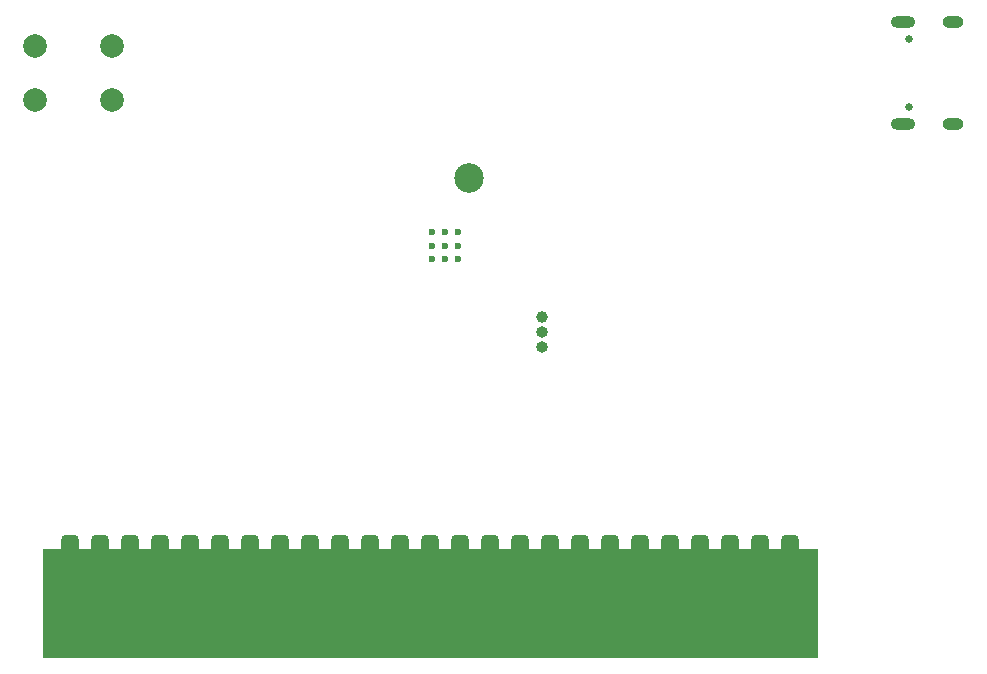
<source format=gbr>
%TF.GenerationSoftware,KiCad,Pcbnew,8.0.5*%
%TF.CreationDate,2024-10-26T23:56:44+02:00*%
%TF.ProjectId,Pico2-MSX,5069636f-322d-44d5-9358-2e6b69636164,0.3*%
%TF.SameCoordinates,Original*%
%TF.FileFunction,Soldermask,Bot*%
%TF.FilePolarity,Negative*%
%FSLAX46Y46*%
G04 Gerber Fmt 4.6, Leading zero omitted, Abs format (unit mm)*
G04 Created by KiCad (PCBNEW 8.0.5) date 2024-10-26 23:56:44*
%MOMM*%
%LPD*%
G01*
G04 APERTURE LIST*
G04 Aperture macros list*
%AMRoundRect*
0 Rectangle with rounded corners*
0 $1 Rounding radius*
0 $2 $3 $4 $5 $6 $7 $8 $9 X,Y pos of 4 corners*
0 Add a 4 corners polygon primitive as box body*
4,1,4,$2,$3,$4,$5,$6,$7,$8,$9,$2,$3,0*
0 Add four circle primitives for the rounded corners*
1,1,$1+$1,$2,$3*
1,1,$1+$1,$4,$5*
1,1,$1+$1,$6,$7*
1,1,$1+$1,$8,$9*
0 Add four rect primitives between the rounded corners*
20,1,$1+$1,$2,$3,$4,$5,0*
20,1,$1+$1,$4,$5,$6,$7,0*
20,1,$1+$1,$6,$7,$8,$9,0*
20,1,$1+$1,$8,$9,$2,$3,0*%
G04 Aperture macros list end*
%ADD10C,0.120000*%
%ADD11C,0.650000*%
%ADD12O,2.100000X1.000000*%
%ADD13O,1.800000X1.000000*%
%ADD14C,0.600000*%
%ADD15RoundRect,0.375000X-0.375000X-4.625000X0.375000X-4.625000X0.375000X4.625000X-0.375000X4.625000X0*%
%ADD16C,1.000000*%
%ADD17O,1.000000X1.000000*%
%ADD18C,2.500000*%
%ADD19C,2.000000*%
G04 APERTURE END LIST*
%TO.C,U5*%
D10*
X123076500Y-116573500D02*
X188608500Y-116573500D01*
X188608500Y-125773500D01*
X123076500Y-125773500D01*
X123076500Y-116573500D01*
G36*
X123076500Y-116573500D02*
G01*
X188608500Y-116573500D01*
X188608500Y-125773500D01*
X123076500Y-125773500D01*
X123076500Y-116573500D01*
G37*
%TD*%
D11*
%TO.C,J2*%
X196417500Y-79204000D03*
X196417500Y-73424000D03*
D12*
X195897500Y-80634000D03*
D13*
X200097500Y-80634000D03*
D12*
X195897500Y-71994000D03*
D13*
X200097500Y-71994000D03*
%TD*%
D14*
%TO.C,U6*%
X155979167Y-89785667D03*
X155979167Y-90919000D03*
X155979167Y-92052333D03*
X157112500Y-89785667D03*
X157112500Y-90919000D03*
X157112500Y-92052333D03*
X158245833Y-89785667D03*
X158245833Y-90919000D03*
X158245833Y-92052333D03*
%TD*%
D15*
%TO.C,U5*%
X186322500Y-120446500D03*
X183782500Y-120446500D03*
X181242500Y-120446500D03*
X178702500Y-120446500D03*
X176162500Y-120446500D03*
X173622500Y-120446500D03*
X171082500Y-120446500D03*
X168542500Y-120446500D03*
X166002500Y-120446500D03*
X163462500Y-120446500D03*
X160922500Y-120446500D03*
X158382500Y-120446500D03*
X155842500Y-120446500D03*
X153302500Y-120446500D03*
X150762500Y-120446500D03*
X148222500Y-120446500D03*
X145682500Y-120446500D03*
X143142500Y-120446500D03*
X140602500Y-120446500D03*
X138062500Y-120446500D03*
X135522500Y-120446500D03*
X132982500Y-120446500D03*
X130442500Y-120446500D03*
X127902500Y-120446500D03*
X125362500Y-120446500D03*
%TD*%
D16*
%TO.C,J1*%
X165367500Y-96951500D03*
D17*
X165367500Y-98221500D03*
X165367500Y-99491500D03*
%TD*%
D18*
%TO.C,TP3*%
X159112500Y-85205250D03*
%TD*%
D19*
%TO.C,SW1*%
X122430000Y-78564000D03*
X128930000Y-78564000D03*
X122430000Y-74064000D03*
X128930000Y-74064000D03*
%TD*%
M02*

</source>
